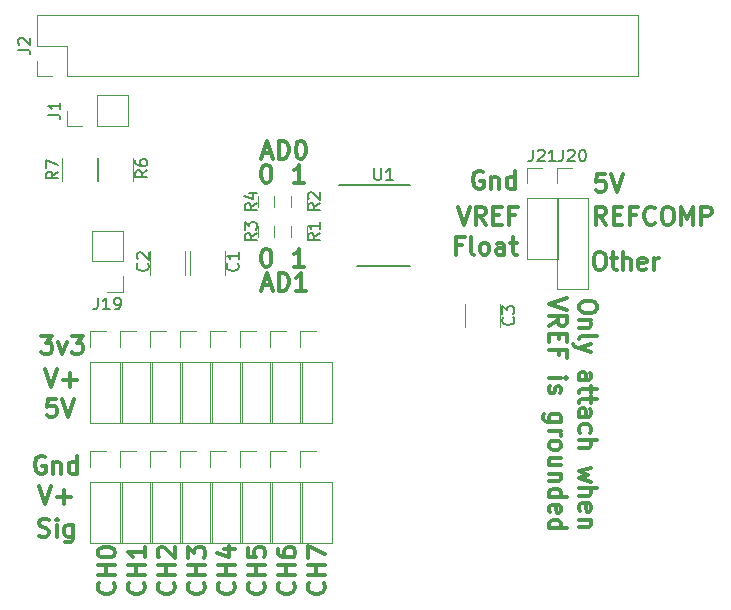
<source format=gbr>
G04 #@! TF.FileFunction,Legend,Top*
%FSLAX46Y46*%
G04 Gerber Fmt 4.6, Leading zero omitted, Abs format (unit mm)*
G04 Created by KiCad (PCBNEW 4.0.6) date 02/08/19 22:04:21*
%MOMM*%
%LPD*%
G01*
G04 APERTURE LIST*
%ADD10C,0.100000*%
%ADD11C,0.300000*%
%ADD12C,0.150000*%
%ADD13C,0.120000*%
G04 APERTURE END LIST*
D10*
D11*
X154496429Y-100478000D02*
X154496429Y-100763714D01*
X154425000Y-100906572D01*
X154282143Y-101049429D01*
X153996429Y-101120857D01*
X153496429Y-101120857D01*
X153210714Y-101049429D01*
X153067857Y-100906572D01*
X152996429Y-100763714D01*
X152996429Y-100478000D01*
X153067857Y-100335143D01*
X153210714Y-100192286D01*
X153496429Y-100120857D01*
X153996429Y-100120857D01*
X154282143Y-100192286D01*
X154425000Y-100335143D01*
X154496429Y-100478000D01*
X153996429Y-101763715D02*
X152996429Y-101763715D01*
X153853571Y-101763715D02*
X153925000Y-101835143D01*
X153996429Y-101978001D01*
X153996429Y-102192286D01*
X153925000Y-102335143D01*
X153782143Y-102406572D01*
X152996429Y-102406572D01*
X152996429Y-103335144D02*
X153067857Y-103192286D01*
X153210714Y-103120858D01*
X154496429Y-103120858D01*
X153996429Y-103763715D02*
X152996429Y-104120858D01*
X153996429Y-104478000D02*
X152996429Y-104120858D01*
X152639286Y-103978000D01*
X152567857Y-103906572D01*
X152496429Y-103763715D01*
X152996429Y-106835143D02*
X153782143Y-106835143D01*
X153925000Y-106763714D01*
X153996429Y-106620857D01*
X153996429Y-106335143D01*
X153925000Y-106192286D01*
X153067857Y-106835143D02*
X152996429Y-106692286D01*
X152996429Y-106335143D01*
X153067857Y-106192286D01*
X153210714Y-106120857D01*
X153353571Y-106120857D01*
X153496429Y-106192286D01*
X153567857Y-106335143D01*
X153567857Y-106692286D01*
X153639286Y-106835143D01*
X153996429Y-107335143D02*
X153996429Y-107906572D01*
X154496429Y-107549429D02*
X153210714Y-107549429D01*
X153067857Y-107620857D01*
X152996429Y-107763715D01*
X152996429Y-107906572D01*
X153996429Y-108192286D02*
X153996429Y-108763715D01*
X154496429Y-108406572D02*
X153210714Y-108406572D01*
X153067857Y-108478000D01*
X152996429Y-108620858D01*
X152996429Y-108763715D01*
X152996429Y-109906572D02*
X153782143Y-109906572D01*
X153925000Y-109835143D01*
X153996429Y-109692286D01*
X153996429Y-109406572D01*
X153925000Y-109263715D01*
X153067857Y-109906572D02*
X152996429Y-109763715D01*
X152996429Y-109406572D01*
X153067857Y-109263715D01*
X153210714Y-109192286D01*
X153353571Y-109192286D01*
X153496429Y-109263715D01*
X153567857Y-109406572D01*
X153567857Y-109763715D01*
X153639286Y-109906572D01*
X153067857Y-111263715D02*
X152996429Y-111120858D01*
X152996429Y-110835144D01*
X153067857Y-110692286D01*
X153139286Y-110620858D01*
X153282143Y-110549429D01*
X153710714Y-110549429D01*
X153853571Y-110620858D01*
X153925000Y-110692286D01*
X153996429Y-110835144D01*
X153996429Y-111120858D01*
X153925000Y-111263715D01*
X152996429Y-111906572D02*
X154496429Y-111906572D01*
X152996429Y-112549429D02*
X153782143Y-112549429D01*
X153925000Y-112478000D01*
X153996429Y-112335143D01*
X153996429Y-112120858D01*
X153925000Y-111978000D01*
X153853571Y-111906572D01*
X153996429Y-114263715D02*
X152996429Y-114549429D01*
X153710714Y-114835143D01*
X152996429Y-115120858D01*
X153996429Y-115406572D01*
X152996429Y-115978001D02*
X154496429Y-115978001D01*
X152996429Y-116620858D02*
X153782143Y-116620858D01*
X153925000Y-116549429D01*
X153996429Y-116406572D01*
X153996429Y-116192287D01*
X153925000Y-116049429D01*
X153853571Y-115978001D01*
X153067857Y-117906572D02*
X152996429Y-117763715D01*
X152996429Y-117478001D01*
X153067857Y-117335144D01*
X153210714Y-117263715D01*
X153782143Y-117263715D01*
X153925000Y-117335144D01*
X153996429Y-117478001D01*
X153996429Y-117763715D01*
X153925000Y-117906572D01*
X153782143Y-117978001D01*
X153639286Y-117978001D01*
X153496429Y-117263715D01*
X153996429Y-118620858D02*
X152996429Y-118620858D01*
X153853571Y-118620858D02*
X153925000Y-118692286D01*
X153996429Y-118835144D01*
X153996429Y-119049429D01*
X153925000Y-119192286D01*
X153782143Y-119263715D01*
X152996429Y-119263715D01*
X151946429Y-99870857D02*
X150446429Y-100370857D01*
X151946429Y-100870857D01*
X150446429Y-102228000D02*
X151160714Y-101728000D01*
X150446429Y-101370857D02*
X151946429Y-101370857D01*
X151946429Y-101942285D01*
X151875000Y-102085143D01*
X151803571Y-102156571D01*
X151660714Y-102228000D01*
X151446429Y-102228000D01*
X151303571Y-102156571D01*
X151232143Y-102085143D01*
X151160714Y-101942285D01*
X151160714Y-101370857D01*
X151232143Y-102870857D02*
X151232143Y-103370857D01*
X150446429Y-103585143D02*
X150446429Y-102870857D01*
X151946429Y-102870857D01*
X151946429Y-103585143D01*
X151232143Y-104728000D02*
X151232143Y-104228000D01*
X150446429Y-104228000D02*
X151946429Y-104228000D01*
X151946429Y-104942286D01*
X150446429Y-106656571D02*
X151446429Y-106656571D01*
X151946429Y-106656571D02*
X151875000Y-106585142D01*
X151803571Y-106656571D01*
X151875000Y-106727999D01*
X151946429Y-106656571D01*
X151803571Y-106656571D01*
X150517857Y-107299428D02*
X150446429Y-107442285D01*
X150446429Y-107728000D01*
X150517857Y-107870857D01*
X150660714Y-107942285D01*
X150732143Y-107942285D01*
X150875000Y-107870857D01*
X150946429Y-107728000D01*
X150946429Y-107513714D01*
X151017857Y-107370857D01*
X151160714Y-107299428D01*
X151232143Y-107299428D01*
X151375000Y-107370857D01*
X151446429Y-107513714D01*
X151446429Y-107728000D01*
X151375000Y-107870857D01*
X151446429Y-110370857D02*
X150232143Y-110370857D01*
X150089286Y-110299428D01*
X150017857Y-110228000D01*
X149946429Y-110085143D01*
X149946429Y-109870857D01*
X150017857Y-109728000D01*
X150517857Y-110370857D02*
X150446429Y-110228000D01*
X150446429Y-109942286D01*
X150517857Y-109799428D01*
X150589286Y-109728000D01*
X150732143Y-109656571D01*
X151160714Y-109656571D01*
X151303571Y-109728000D01*
X151375000Y-109799428D01*
X151446429Y-109942286D01*
X151446429Y-110228000D01*
X151375000Y-110370857D01*
X150446429Y-111085143D02*
X151446429Y-111085143D01*
X151160714Y-111085143D02*
X151303571Y-111156571D01*
X151375000Y-111228000D01*
X151446429Y-111370857D01*
X151446429Y-111513714D01*
X150446429Y-112228000D02*
X150517857Y-112085142D01*
X150589286Y-112013714D01*
X150732143Y-111942285D01*
X151160714Y-111942285D01*
X151303571Y-112013714D01*
X151375000Y-112085142D01*
X151446429Y-112228000D01*
X151446429Y-112442285D01*
X151375000Y-112585142D01*
X151303571Y-112656571D01*
X151160714Y-112728000D01*
X150732143Y-112728000D01*
X150589286Y-112656571D01*
X150517857Y-112585142D01*
X150446429Y-112442285D01*
X150446429Y-112228000D01*
X151446429Y-114013714D02*
X150446429Y-114013714D01*
X151446429Y-113370857D02*
X150660714Y-113370857D01*
X150517857Y-113442285D01*
X150446429Y-113585143D01*
X150446429Y-113799428D01*
X150517857Y-113942285D01*
X150589286Y-114013714D01*
X151446429Y-114728000D02*
X150446429Y-114728000D01*
X151303571Y-114728000D02*
X151375000Y-114799428D01*
X151446429Y-114942286D01*
X151446429Y-115156571D01*
X151375000Y-115299428D01*
X151232143Y-115370857D01*
X150446429Y-115370857D01*
X150446429Y-116728000D02*
X151946429Y-116728000D01*
X150517857Y-116728000D02*
X150446429Y-116585143D01*
X150446429Y-116299429D01*
X150517857Y-116156571D01*
X150589286Y-116085143D01*
X150732143Y-116013714D01*
X151160714Y-116013714D01*
X151303571Y-116085143D01*
X151375000Y-116156571D01*
X151446429Y-116299429D01*
X151446429Y-116585143D01*
X151375000Y-116728000D01*
X150517857Y-118013714D02*
X150446429Y-117870857D01*
X150446429Y-117585143D01*
X150517857Y-117442286D01*
X150660714Y-117370857D01*
X151232143Y-117370857D01*
X151375000Y-117442286D01*
X151446429Y-117585143D01*
X151446429Y-117870857D01*
X151375000Y-118013714D01*
X151232143Y-118085143D01*
X151089286Y-118085143D01*
X150946429Y-117370857D01*
X150446429Y-119370857D02*
X151946429Y-119370857D01*
X150517857Y-119370857D02*
X150446429Y-119228000D01*
X150446429Y-118942286D01*
X150517857Y-118799428D01*
X150589286Y-118728000D01*
X150732143Y-118656571D01*
X151160714Y-118656571D01*
X151303571Y-118728000D01*
X151375000Y-118799428D01*
X151446429Y-118942286D01*
X151446429Y-119228000D01*
X151375000Y-119370857D01*
X154566857Y-95952571D02*
X154852571Y-95952571D01*
X154995429Y-96024000D01*
X155138286Y-96166857D01*
X155209714Y-96452571D01*
X155209714Y-96952571D01*
X155138286Y-97238286D01*
X154995429Y-97381143D01*
X154852571Y-97452571D01*
X154566857Y-97452571D01*
X154424000Y-97381143D01*
X154281143Y-97238286D01*
X154209714Y-96952571D01*
X154209714Y-96452571D01*
X154281143Y-96166857D01*
X154424000Y-96024000D01*
X154566857Y-95952571D01*
X155638286Y-96452571D02*
X156209715Y-96452571D01*
X155852572Y-95952571D02*
X155852572Y-97238286D01*
X155924000Y-97381143D01*
X156066858Y-97452571D01*
X156209715Y-97452571D01*
X156709715Y-97452571D02*
X156709715Y-95952571D01*
X157352572Y-97452571D02*
X157352572Y-96666857D01*
X157281143Y-96524000D01*
X157138286Y-96452571D01*
X156924001Y-96452571D01*
X156781143Y-96524000D01*
X156709715Y-96595429D01*
X158638286Y-97381143D02*
X158495429Y-97452571D01*
X158209715Y-97452571D01*
X158066858Y-97381143D01*
X157995429Y-97238286D01*
X157995429Y-96666857D01*
X158066858Y-96524000D01*
X158209715Y-96452571D01*
X158495429Y-96452571D01*
X158638286Y-96524000D01*
X158709715Y-96666857D01*
X158709715Y-96809714D01*
X157995429Y-96952571D01*
X159352572Y-97452571D02*
X159352572Y-96452571D01*
X159352572Y-96738286D02*
X159424000Y-96595429D01*
X159495429Y-96524000D01*
X159638286Y-96452571D01*
X159781143Y-96452571D01*
X155162287Y-89348571D02*
X154448001Y-89348571D01*
X154376572Y-90062857D01*
X154448001Y-89991429D01*
X154590858Y-89920000D01*
X154948001Y-89920000D01*
X155090858Y-89991429D01*
X155162287Y-90062857D01*
X155233715Y-90205714D01*
X155233715Y-90562857D01*
X155162287Y-90705714D01*
X155090858Y-90777143D01*
X154948001Y-90848571D01*
X154590858Y-90848571D01*
X154448001Y-90777143D01*
X154376572Y-90705714D01*
X155662286Y-89348571D02*
X156162286Y-90848571D01*
X156662286Y-89348571D01*
X155258000Y-93642571D02*
X154758000Y-92928286D01*
X154400857Y-93642571D02*
X154400857Y-92142571D01*
X154972285Y-92142571D01*
X155115143Y-92214000D01*
X155186571Y-92285429D01*
X155258000Y-92428286D01*
X155258000Y-92642571D01*
X155186571Y-92785429D01*
X155115143Y-92856857D01*
X154972285Y-92928286D01*
X154400857Y-92928286D01*
X155900857Y-92856857D02*
X156400857Y-92856857D01*
X156615143Y-93642571D02*
X155900857Y-93642571D01*
X155900857Y-92142571D01*
X156615143Y-92142571D01*
X157758000Y-92856857D02*
X157258000Y-92856857D01*
X157258000Y-93642571D02*
X157258000Y-92142571D01*
X157972286Y-92142571D01*
X159400857Y-93499714D02*
X159329428Y-93571143D01*
X159115142Y-93642571D01*
X158972285Y-93642571D01*
X158758000Y-93571143D01*
X158615142Y-93428286D01*
X158543714Y-93285429D01*
X158472285Y-92999714D01*
X158472285Y-92785429D01*
X158543714Y-92499714D01*
X158615142Y-92356857D01*
X158758000Y-92214000D01*
X158972285Y-92142571D01*
X159115142Y-92142571D01*
X159329428Y-92214000D01*
X159400857Y-92285429D01*
X160329428Y-92142571D02*
X160615142Y-92142571D01*
X160758000Y-92214000D01*
X160900857Y-92356857D01*
X160972285Y-92642571D01*
X160972285Y-93142571D01*
X160900857Y-93428286D01*
X160758000Y-93571143D01*
X160615142Y-93642571D01*
X160329428Y-93642571D01*
X160186571Y-93571143D01*
X160043714Y-93428286D01*
X159972285Y-93142571D01*
X159972285Y-92642571D01*
X160043714Y-92356857D01*
X160186571Y-92214000D01*
X160329428Y-92142571D01*
X161615143Y-93642571D02*
X161615143Y-92142571D01*
X162115143Y-93214000D01*
X162615143Y-92142571D01*
X162615143Y-93642571D01*
X163329429Y-93642571D02*
X163329429Y-92142571D01*
X163900857Y-92142571D01*
X164043715Y-92214000D01*
X164115143Y-92285429D01*
X164186572Y-92428286D01*
X164186572Y-92642571D01*
X164115143Y-92785429D01*
X164043715Y-92856857D01*
X163900857Y-92928286D01*
X163329429Y-92928286D01*
X144831714Y-89166000D02*
X144688857Y-89094571D01*
X144474571Y-89094571D01*
X144260286Y-89166000D01*
X144117428Y-89308857D01*
X144046000Y-89451714D01*
X143974571Y-89737429D01*
X143974571Y-89951714D01*
X144046000Y-90237429D01*
X144117428Y-90380286D01*
X144260286Y-90523143D01*
X144474571Y-90594571D01*
X144617428Y-90594571D01*
X144831714Y-90523143D01*
X144903143Y-90451714D01*
X144903143Y-89951714D01*
X144617428Y-89951714D01*
X145546000Y-89594571D02*
X145546000Y-90594571D01*
X145546000Y-89737429D02*
X145617428Y-89666000D01*
X145760286Y-89594571D01*
X145974571Y-89594571D01*
X146117428Y-89666000D01*
X146188857Y-89808857D01*
X146188857Y-90594571D01*
X147546000Y-90594571D02*
X147546000Y-89094571D01*
X147546000Y-90523143D02*
X147403143Y-90594571D01*
X147117429Y-90594571D01*
X146974571Y-90523143D01*
X146903143Y-90451714D01*
X146831714Y-90308857D01*
X146831714Y-89880286D01*
X146903143Y-89737429D01*
X146974571Y-89666000D01*
X147117429Y-89594571D01*
X147403143Y-89594571D01*
X147546000Y-89666000D01*
X143069715Y-95396857D02*
X142569715Y-95396857D01*
X142569715Y-96182571D02*
X142569715Y-94682571D01*
X143284001Y-94682571D01*
X144069715Y-96182571D02*
X143926857Y-96111143D01*
X143855429Y-95968286D01*
X143855429Y-94682571D01*
X144855429Y-96182571D02*
X144712571Y-96111143D01*
X144641143Y-96039714D01*
X144569714Y-95896857D01*
X144569714Y-95468286D01*
X144641143Y-95325429D01*
X144712571Y-95254000D01*
X144855429Y-95182571D01*
X145069714Y-95182571D01*
X145212571Y-95254000D01*
X145284000Y-95325429D01*
X145355429Y-95468286D01*
X145355429Y-95896857D01*
X145284000Y-96039714D01*
X145212571Y-96111143D01*
X145069714Y-96182571D01*
X144855429Y-96182571D01*
X146641143Y-96182571D02*
X146641143Y-95396857D01*
X146569714Y-95254000D01*
X146426857Y-95182571D01*
X146141143Y-95182571D01*
X145998286Y-95254000D01*
X146641143Y-96111143D02*
X146498286Y-96182571D01*
X146141143Y-96182571D01*
X145998286Y-96111143D01*
X145926857Y-95968286D01*
X145926857Y-95825429D01*
X145998286Y-95682571D01*
X146141143Y-95611143D01*
X146498286Y-95611143D01*
X146641143Y-95539714D01*
X147141143Y-95182571D02*
X147712572Y-95182571D01*
X147355429Y-94682571D02*
X147355429Y-95968286D01*
X147426857Y-96111143D01*
X147569715Y-96182571D01*
X147712572Y-96182571D01*
X142716572Y-92142571D02*
X143216572Y-93642571D01*
X143716572Y-92142571D01*
X145073715Y-93642571D02*
X144573715Y-92928286D01*
X144216572Y-93642571D02*
X144216572Y-92142571D01*
X144788000Y-92142571D01*
X144930858Y-92214000D01*
X145002286Y-92285429D01*
X145073715Y-92428286D01*
X145073715Y-92642571D01*
X145002286Y-92785429D01*
X144930858Y-92856857D01*
X144788000Y-92928286D01*
X144216572Y-92928286D01*
X145716572Y-92856857D02*
X146216572Y-92856857D01*
X146430858Y-93642571D02*
X145716572Y-93642571D01*
X145716572Y-92142571D01*
X146430858Y-92142571D01*
X147573715Y-92856857D02*
X147073715Y-92856857D01*
X147073715Y-93642571D02*
X147073715Y-92142571D01*
X147788001Y-92142571D01*
X108680287Y-108398571D02*
X107966001Y-108398571D01*
X107894572Y-109112857D01*
X107966001Y-109041429D01*
X108108858Y-108970000D01*
X108466001Y-108970000D01*
X108608858Y-109041429D01*
X108680287Y-109112857D01*
X108751715Y-109255714D01*
X108751715Y-109612857D01*
X108680287Y-109755714D01*
X108608858Y-109827143D01*
X108466001Y-109898571D01*
X108108858Y-109898571D01*
X107966001Y-109827143D01*
X107894572Y-109755714D01*
X109180286Y-108398571D02*
X109680286Y-109898571D01*
X110180286Y-108398571D01*
X107434287Y-103064571D02*
X108362858Y-103064571D01*
X107862858Y-103636000D01*
X108077144Y-103636000D01*
X108220001Y-103707429D01*
X108291430Y-103778857D01*
X108362858Y-103921714D01*
X108362858Y-104278857D01*
X108291430Y-104421714D01*
X108220001Y-104493143D01*
X108077144Y-104564571D01*
X107648572Y-104564571D01*
X107505715Y-104493143D01*
X107434287Y-104421714D01*
X108862858Y-103564571D02*
X109220001Y-104564571D01*
X109577143Y-103564571D01*
X110005715Y-103064571D02*
X110934286Y-103064571D01*
X110434286Y-103636000D01*
X110648572Y-103636000D01*
X110791429Y-103707429D01*
X110862858Y-103778857D01*
X110934286Y-103921714D01*
X110934286Y-104278857D01*
X110862858Y-104421714D01*
X110791429Y-104493143D01*
X110648572Y-104564571D01*
X110220000Y-104564571D01*
X110077143Y-104493143D01*
X110005715Y-104421714D01*
X107791429Y-105858571D02*
X108291429Y-107358571D01*
X108791429Y-105858571D01*
X109291429Y-106787143D02*
X110434286Y-106787143D01*
X109862857Y-107358571D02*
X109862857Y-106215714D01*
X107247714Y-119987143D02*
X107462000Y-120058571D01*
X107819143Y-120058571D01*
X107962000Y-119987143D01*
X108033429Y-119915714D01*
X108104857Y-119772857D01*
X108104857Y-119630000D01*
X108033429Y-119487143D01*
X107962000Y-119415714D01*
X107819143Y-119344286D01*
X107533429Y-119272857D01*
X107390571Y-119201429D01*
X107319143Y-119130000D01*
X107247714Y-118987143D01*
X107247714Y-118844286D01*
X107319143Y-118701429D01*
X107390571Y-118630000D01*
X107533429Y-118558571D01*
X107890571Y-118558571D01*
X108104857Y-118630000D01*
X108747714Y-120058571D02*
X108747714Y-119058571D01*
X108747714Y-118558571D02*
X108676285Y-118630000D01*
X108747714Y-118701429D01*
X108819142Y-118630000D01*
X108747714Y-118558571D01*
X108747714Y-118701429D01*
X110104857Y-119058571D02*
X110104857Y-120272857D01*
X110033428Y-120415714D01*
X109962000Y-120487143D01*
X109819143Y-120558571D01*
X109604857Y-120558571D01*
X109462000Y-120487143D01*
X110104857Y-119987143D02*
X109962000Y-120058571D01*
X109676286Y-120058571D01*
X109533428Y-119987143D01*
X109462000Y-119915714D01*
X109390571Y-119772857D01*
X109390571Y-119344286D01*
X109462000Y-119201429D01*
X109533428Y-119130000D01*
X109676286Y-119058571D01*
X109962000Y-119058571D01*
X110104857Y-119130000D01*
X107283429Y-115764571D02*
X107783429Y-117264571D01*
X108283429Y-115764571D01*
X108783429Y-116693143D02*
X109926286Y-116693143D01*
X109354857Y-117264571D02*
X109354857Y-116121714D01*
X107747714Y-113296000D02*
X107604857Y-113224571D01*
X107390571Y-113224571D01*
X107176286Y-113296000D01*
X107033428Y-113438857D01*
X106962000Y-113581714D01*
X106890571Y-113867429D01*
X106890571Y-114081714D01*
X106962000Y-114367429D01*
X107033428Y-114510286D01*
X107176286Y-114653143D01*
X107390571Y-114724571D01*
X107533428Y-114724571D01*
X107747714Y-114653143D01*
X107819143Y-114581714D01*
X107819143Y-114081714D01*
X107533428Y-114081714D01*
X108462000Y-113724571D02*
X108462000Y-114724571D01*
X108462000Y-113867429D02*
X108533428Y-113796000D01*
X108676286Y-113724571D01*
X108890571Y-113724571D01*
X109033428Y-113796000D01*
X109104857Y-113938857D01*
X109104857Y-114724571D01*
X110462000Y-114724571D02*
X110462000Y-113224571D01*
X110462000Y-114653143D02*
X110319143Y-114724571D01*
X110033429Y-114724571D01*
X109890571Y-114653143D01*
X109819143Y-114581714D01*
X109747714Y-114438857D01*
X109747714Y-114010286D01*
X109819143Y-113867429D01*
X109890571Y-113796000D01*
X110033429Y-113724571D01*
X110319143Y-113724571D01*
X110462000Y-113796000D01*
X131345714Y-123971714D02*
X131417143Y-124043143D01*
X131488571Y-124257429D01*
X131488571Y-124400286D01*
X131417143Y-124614571D01*
X131274286Y-124757429D01*
X131131429Y-124828857D01*
X130845714Y-124900286D01*
X130631429Y-124900286D01*
X130345714Y-124828857D01*
X130202857Y-124757429D01*
X130060000Y-124614571D01*
X129988571Y-124400286D01*
X129988571Y-124257429D01*
X130060000Y-124043143D01*
X130131429Y-123971714D01*
X131488571Y-123328857D02*
X129988571Y-123328857D01*
X130702857Y-123328857D02*
X130702857Y-122471714D01*
X131488571Y-122471714D02*
X129988571Y-122471714D01*
X129988571Y-121900285D02*
X129988571Y-120900285D01*
X131488571Y-121543142D01*
X128805714Y-123971714D02*
X128877143Y-124043143D01*
X128948571Y-124257429D01*
X128948571Y-124400286D01*
X128877143Y-124614571D01*
X128734286Y-124757429D01*
X128591429Y-124828857D01*
X128305714Y-124900286D01*
X128091429Y-124900286D01*
X127805714Y-124828857D01*
X127662857Y-124757429D01*
X127520000Y-124614571D01*
X127448571Y-124400286D01*
X127448571Y-124257429D01*
X127520000Y-124043143D01*
X127591429Y-123971714D01*
X128948571Y-123328857D02*
X127448571Y-123328857D01*
X128162857Y-123328857D02*
X128162857Y-122471714D01*
X128948571Y-122471714D02*
X127448571Y-122471714D01*
X127448571Y-121114571D02*
X127448571Y-121400285D01*
X127520000Y-121543142D01*
X127591429Y-121614571D01*
X127805714Y-121757428D01*
X128091429Y-121828857D01*
X128662857Y-121828857D01*
X128805714Y-121757428D01*
X128877143Y-121686000D01*
X128948571Y-121543142D01*
X128948571Y-121257428D01*
X128877143Y-121114571D01*
X128805714Y-121043142D01*
X128662857Y-120971714D01*
X128305714Y-120971714D01*
X128162857Y-121043142D01*
X128091429Y-121114571D01*
X128020000Y-121257428D01*
X128020000Y-121543142D01*
X128091429Y-121686000D01*
X128162857Y-121757428D01*
X128305714Y-121828857D01*
X126265714Y-123971714D02*
X126337143Y-124043143D01*
X126408571Y-124257429D01*
X126408571Y-124400286D01*
X126337143Y-124614571D01*
X126194286Y-124757429D01*
X126051429Y-124828857D01*
X125765714Y-124900286D01*
X125551429Y-124900286D01*
X125265714Y-124828857D01*
X125122857Y-124757429D01*
X124980000Y-124614571D01*
X124908571Y-124400286D01*
X124908571Y-124257429D01*
X124980000Y-124043143D01*
X125051429Y-123971714D01*
X126408571Y-123328857D02*
X124908571Y-123328857D01*
X125622857Y-123328857D02*
X125622857Y-122471714D01*
X126408571Y-122471714D02*
X124908571Y-122471714D01*
X124908571Y-121043142D02*
X124908571Y-121757428D01*
X125622857Y-121828857D01*
X125551429Y-121757428D01*
X125480000Y-121614571D01*
X125480000Y-121257428D01*
X125551429Y-121114571D01*
X125622857Y-121043142D01*
X125765714Y-120971714D01*
X126122857Y-120971714D01*
X126265714Y-121043142D01*
X126337143Y-121114571D01*
X126408571Y-121257428D01*
X126408571Y-121614571D01*
X126337143Y-121757428D01*
X126265714Y-121828857D01*
X123725714Y-123971714D02*
X123797143Y-124043143D01*
X123868571Y-124257429D01*
X123868571Y-124400286D01*
X123797143Y-124614571D01*
X123654286Y-124757429D01*
X123511429Y-124828857D01*
X123225714Y-124900286D01*
X123011429Y-124900286D01*
X122725714Y-124828857D01*
X122582857Y-124757429D01*
X122440000Y-124614571D01*
X122368571Y-124400286D01*
X122368571Y-124257429D01*
X122440000Y-124043143D01*
X122511429Y-123971714D01*
X123868571Y-123328857D02*
X122368571Y-123328857D01*
X123082857Y-123328857D02*
X123082857Y-122471714D01*
X123868571Y-122471714D02*
X122368571Y-122471714D01*
X122868571Y-121114571D02*
X123868571Y-121114571D01*
X122297143Y-121471714D02*
X123368571Y-121828857D01*
X123368571Y-120900285D01*
X121185714Y-123971714D02*
X121257143Y-124043143D01*
X121328571Y-124257429D01*
X121328571Y-124400286D01*
X121257143Y-124614571D01*
X121114286Y-124757429D01*
X120971429Y-124828857D01*
X120685714Y-124900286D01*
X120471429Y-124900286D01*
X120185714Y-124828857D01*
X120042857Y-124757429D01*
X119900000Y-124614571D01*
X119828571Y-124400286D01*
X119828571Y-124257429D01*
X119900000Y-124043143D01*
X119971429Y-123971714D01*
X121328571Y-123328857D02*
X119828571Y-123328857D01*
X120542857Y-123328857D02*
X120542857Y-122471714D01*
X121328571Y-122471714D02*
X119828571Y-122471714D01*
X119828571Y-121900285D02*
X119828571Y-120971714D01*
X120400000Y-121471714D01*
X120400000Y-121257428D01*
X120471429Y-121114571D01*
X120542857Y-121043142D01*
X120685714Y-120971714D01*
X121042857Y-120971714D01*
X121185714Y-121043142D01*
X121257143Y-121114571D01*
X121328571Y-121257428D01*
X121328571Y-121686000D01*
X121257143Y-121828857D01*
X121185714Y-121900285D01*
X118645714Y-123971714D02*
X118717143Y-124043143D01*
X118788571Y-124257429D01*
X118788571Y-124400286D01*
X118717143Y-124614571D01*
X118574286Y-124757429D01*
X118431429Y-124828857D01*
X118145714Y-124900286D01*
X117931429Y-124900286D01*
X117645714Y-124828857D01*
X117502857Y-124757429D01*
X117360000Y-124614571D01*
X117288571Y-124400286D01*
X117288571Y-124257429D01*
X117360000Y-124043143D01*
X117431429Y-123971714D01*
X118788571Y-123328857D02*
X117288571Y-123328857D01*
X118002857Y-123328857D02*
X118002857Y-122471714D01*
X118788571Y-122471714D02*
X117288571Y-122471714D01*
X117431429Y-121828857D02*
X117360000Y-121757428D01*
X117288571Y-121614571D01*
X117288571Y-121257428D01*
X117360000Y-121114571D01*
X117431429Y-121043142D01*
X117574286Y-120971714D01*
X117717143Y-120971714D01*
X117931429Y-121043142D01*
X118788571Y-121900285D01*
X118788571Y-120971714D01*
X116105714Y-123971714D02*
X116177143Y-124043143D01*
X116248571Y-124257429D01*
X116248571Y-124400286D01*
X116177143Y-124614571D01*
X116034286Y-124757429D01*
X115891429Y-124828857D01*
X115605714Y-124900286D01*
X115391429Y-124900286D01*
X115105714Y-124828857D01*
X114962857Y-124757429D01*
X114820000Y-124614571D01*
X114748571Y-124400286D01*
X114748571Y-124257429D01*
X114820000Y-124043143D01*
X114891429Y-123971714D01*
X116248571Y-123328857D02*
X114748571Y-123328857D01*
X115462857Y-123328857D02*
X115462857Y-122471714D01*
X116248571Y-122471714D02*
X114748571Y-122471714D01*
X116248571Y-120971714D02*
X116248571Y-121828857D01*
X116248571Y-121400285D02*
X114748571Y-121400285D01*
X114962857Y-121543142D01*
X115105714Y-121686000D01*
X115177143Y-121828857D01*
X113565714Y-123971714D02*
X113637143Y-124043143D01*
X113708571Y-124257429D01*
X113708571Y-124400286D01*
X113637143Y-124614571D01*
X113494286Y-124757429D01*
X113351429Y-124828857D01*
X113065714Y-124900286D01*
X112851429Y-124900286D01*
X112565714Y-124828857D01*
X112422857Y-124757429D01*
X112280000Y-124614571D01*
X112208571Y-124400286D01*
X112208571Y-124257429D01*
X112280000Y-124043143D01*
X112351429Y-123971714D01*
X113708571Y-123328857D02*
X112208571Y-123328857D01*
X112922857Y-123328857D02*
X112922857Y-122471714D01*
X113708571Y-122471714D02*
X112208571Y-122471714D01*
X112208571Y-121471714D02*
X112208571Y-121328857D01*
X112280000Y-121186000D01*
X112351429Y-121114571D01*
X112494286Y-121043142D01*
X112780000Y-120971714D01*
X113137143Y-120971714D01*
X113422857Y-121043142D01*
X113565714Y-121114571D01*
X113637143Y-121186000D01*
X113708571Y-121328857D01*
X113708571Y-121471714D01*
X113637143Y-121614571D01*
X113565714Y-121686000D01*
X113422857Y-121757428D01*
X113137143Y-121828857D01*
X112780000Y-121828857D01*
X112494286Y-121757428D01*
X112351429Y-121686000D01*
X112280000Y-121614571D01*
X112208571Y-121471714D01*
X129714572Y-90086571D02*
X128857429Y-90086571D01*
X129286001Y-90086571D02*
X129286001Y-88586571D01*
X129143144Y-88800857D01*
X129000286Y-88943714D01*
X128857429Y-89015143D01*
X126420572Y-88586571D02*
X126563429Y-88586571D01*
X126706286Y-88658000D01*
X126777715Y-88729429D01*
X126849144Y-88872286D01*
X126920572Y-89158000D01*
X126920572Y-89515143D01*
X126849144Y-89800857D01*
X126777715Y-89943714D01*
X126706286Y-90015143D01*
X126563429Y-90086571D01*
X126420572Y-90086571D01*
X126277715Y-90015143D01*
X126206286Y-89943714D01*
X126134858Y-89800857D01*
X126063429Y-89515143D01*
X126063429Y-89158000D01*
X126134858Y-88872286D01*
X126206286Y-88729429D01*
X126277715Y-88658000D01*
X126420572Y-88586571D01*
X129714572Y-97198571D02*
X128857429Y-97198571D01*
X129286001Y-97198571D02*
X129286001Y-95698571D01*
X129143144Y-95912857D01*
X129000286Y-96055714D01*
X128857429Y-96127143D01*
X126420572Y-95698571D02*
X126563429Y-95698571D01*
X126706286Y-95770000D01*
X126777715Y-95841429D01*
X126849144Y-95984286D01*
X126920572Y-96270000D01*
X126920572Y-96627143D01*
X126849144Y-96912857D01*
X126777715Y-97055714D01*
X126706286Y-97127143D01*
X126563429Y-97198571D01*
X126420572Y-97198571D01*
X126277715Y-97127143D01*
X126206286Y-97055714D01*
X126134858Y-96912857D01*
X126063429Y-96627143D01*
X126063429Y-96270000D01*
X126134858Y-95984286D01*
X126206286Y-95841429D01*
X126277715Y-95770000D01*
X126420572Y-95698571D01*
X126194572Y-98802000D02*
X126908858Y-98802000D01*
X126051715Y-99230571D02*
X126551715Y-97730571D01*
X127051715Y-99230571D01*
X127551715Y-99230571D02*
X127551715Y-97730571D01*
X127908858Y-97730571D01*
X128123143Y-97802000D01*
X128266001Y-97944857D01*
X128337429Y-98087714D01*
X128408858Y-98373429D01*
X128408858Y-98587714D01*
X128337429Y-98873429D01*
X128266001Y-99016286D01*
X128123143Y-99159143D01*
X127908858Y-99230571D01*
X127551715Y-99230571D01*
X129837429Y-99230571D02*
X128980286Y-99230571D01*
X129408858Y-99230571D02*
X129408858Y-97730571D01*
X129266001Y-97944857D01*
X129123143Y-98087714D01*
X128980286Y-98159143D01*
X126194572Y-87626000D02*
X126908858Y-87626000D01*
X126051715Y-88054571D02*
X126551715Y-86554571D01*
X127051715Y-88054571D01*
X127551715Y-88054571D02*
X127551715Y-86554571D01*
X127908858Y-86554571D01*
X128123143Y-86626000D01*
X128266001Y-86768857D01*
X128337429Y-86911714D01*
X128408858Y-87197429D01*
X128408858Y-87411714D01*
X128337429Y-87697429D01*
X128266001Y-87840286D01*
X128123143Y-87983143D01*
X127908858Y-88054571D01*
X127551715Y-88054571D01*
X129337429Y-86554571D02*
X129480286Y-86554571D01*
X129623143Y-86626000D01*
X129694572Y-86697429D01*
X129766001Y-86840286D01*
X129837429Y-87126000D01*
X129837429Y-87483143D01*
X129766001Y-87768857D01*
X129694572Y-87911714D01*
X129623143Y-87983143D01*
X129480286Y-88054571D01*
X129337429Y-88054571D01*
X129194572Y-87983143D01*
X129123143Y-87911714D01*
X129051715Y-87768857D01*
X128980286Y-87483143D01*
X128980286Y-87126000D01*
X129051715Y-86840286D01*
X129123143Y-86697429D01*
X129194572Y-86626000D01*
X129337429Y-86554571D01*
D12*
X134173000Y-97176000D02*
X138623000Y-97176000D01*
X132648000Y-90276000D02*
X138623000Y-90276000D01*
D13*
X114780000Y-85330000D02*
X114780000Y-82670000D01*
X112180000Y-85330000D02*
X114780000Y-85330000D01*
X112180000Y-82670000D02*
X114780000Y-82670000D01*
X112180000Y-85330000D02*
X112180000Y-82670000D01*
X110910000Y-85330000D02*
X109580000Y-85330000D01*
X109580000Y-85330000D02*
X109580000Y-84000000D01*
X157960000Y-81100000D02*
X157960000Y-75900000D01*
X109640000Y-81100000D02*
X157960000Y-81100000D01*
X107040000Y-75900000D02*
X157960000Y-75900000D01*
X109640000Y-81100000D02*
X109640000Y-78500000D01*
X109640000Y-78500000D02*
X107040000Y-78500000D01*
X107040000Y-78500000D02*
X107040000Y-75900000D01*
X108370000Y-81100000D02*
X107040000Y-81100000D01*
X107040000Y-81100000D02*
X107040000Y-79770000D01*
X123019000Y-97901000D02*
X123019000Y-95901000D01*
X120059000Y-95901000D02*
X120059000Y-97901000D01*
X119590000Y-97901000D02*
X119590000Y-95901000D01*
X116630000Y-95901000D02*
X116630000Y-97901000D01*
X111573000Y-110423000D02*
X114233000Y-110423000D01*
X111573000Y-105283000D02*
X111573000Y-110423000D01*
X114233000Y-105283000D02*
X114233000Y-110423000D01*
X111573000Y-105283000D02*
X114233000Y-105283000D01*
X111573000Y-104013000D02*
X111573000Y-102683000D01*
X111573000Y-102683000D02*
X112903000Y-102683000D01*
X114113000Y-110423000D02*
X116773000Y-110423000D01*
X114113000Y-105283000D02*
X114113000Y-110423000D01*
X116773000Y-105283000D02*
X116773000Y-110423000D01*
X114113000Y-105283000D02*
X116773000Y-105283000D01*
X114113000Y-104013000D02*
X114113000Y-102683000D01*
X114113000Y-102683000D02*
X115443000Y-102683000D01*
X116653000Y-110423000D02*
X119313000Y-110423000D01*
X116653000Y-105283000D02*
X116653000Y-110423000D01*
X119313000Y-105283000D02*
X119313000Y-110423000D01*
X116653000Y-105283000D02*
X119313000Y-105283000D01*
X116653000Y-104013000D02*
X116653000Y-102683000D01*
X116653000Y-102683000D02*
X117983000Y-102683000D01*
X119193000Y-110423000D02*
X121853000Y-110423000D01*
X119193000Y-105283000D02*
X119193000Y-110423000D01*
X121853000Y-105283000D02*
X121853000Y-110423000D01*
X119193000Y-105283000D02*
X121853000Y-105283000D01*
X119193000Y-104013000D02*
X119193000Y-102683000D01*
X119193000Y-102683000D02*
X120523000Y-102683000D01*
X121733000Y-110423000D02*
X124393000Y-110423000D01*
X121733000Y-105283000D02*
X121733000Y-110423000D01*
X124393000Y-105283000D02*
X124393000Y-110423000D01*
X121733000Y-105283000D02*
X124393000Y-105283000D01*
X121733000Y-104013000D02*
X121733000Y-102683000D01*
X121733000Y-102683000D02*
X123063000Y-102683000D01*
X124273000Y-110423000D02*
X126933000Y-110423000D01*
X124273000Y-105283000D02*
X124273000Y-110423000D01*
X126933000Y-105283000D02*
X126933000Y-110423000D01*
X124273000Y-105283000D02*
X126933000Y-105283000D01*
X124273000Y-104013000D02*
X124273000Y-102683000D01*
X124273000Y-102683000D02*
X125603000Y-102683000D01*
X126813000Y-110423000D02*
X129473000Y-110423000D01*
X126813000Y-105283000D02*
X126813000Y-110423000D01*
X129473000Y-105283000D02*
X129473000Y-110423000D01*
X126813000Y-105283000D02*
X129473000Y-105283000D01*
X126813000Y-104013000D02*
X126813000Y-102683000D01*
X126813000Y-102683000D02*
X128143000Y-102683000D01*
X129353000Y-110423000D02*
X132013000Y-110423000D01*
X129353000Y-105283000D02*
X129353000Y-110423000D01*
X132013000Y-105283000D02*
X132013000Y-110423000D01*
X129353000Y-105283000D02*
X132013000Y-105283000D01*
X129353000Y-104013000D02*
X129353000Y-102683000D01*
X129353000Y-102683000D02*
X130683000Y-102683000D01*
X111573000Y-120583000D02*
X114233000Y-120583000D01*
X111573000Y-115443000D02*
X111573000Y-120583000D01*
X114233000Y-115443000D02*
X114233000Y-120583000D01*
X111573000Y-115443000D02*
X114233000Y-115443000D01*
X111573000Y-114173000D02*
X111573000Y-112843000D01*
X111573000Y-112843000D02*
X112903000Y-112843000D01*
X114113000Y-120583000D02*
X116773000Y-120583000D01*
X114113000Y-115443000D02*
X114113000Y-120583000D01*
X116773000Y-115443000D02*
X116773000Y-120583000D01*
X114113000Y-115443000D02*
X116773000Y-115443000D01*
X114113000Y-114173000D02*
X114113000Y-112843000D01*
X114113000Y-112843000D02*
X115443000Y-112843000D01*
X116653000Y-120583000D02*
X119313000Y-120583000D01*
X116653000Y-115443000D02*
X116653000Y-120583000D01*
X119313000Y-115443000D02*
X119313000Y-120583000D01*
X116653000Y-115443000D02*
X119313000Y-115443000D01*
X116653000Y-114173000D02*
X116653000Y-112843000D01*
X116653000Y-112843000D02*
X117983000Y-112843000D01*
X119193000Y-120583000D02*
X121853000Y-120583000D01*
X119193000Y-115443000D02*
X119193000Y-120583000D01*
X121853000Y-115443000D02*
X121853000Y-120583000D01*
X119193000Y-115443000D02*
X121853000Y-115443000D01*
X119193000Y-114173000D02*
X119193000Y-112843000D01*
X119193000Y-112843000D02*
X120523000Y-112843000D01*
X121733000Y-120583000D02*
X124393000Y-120583000D01*
X121733000Y-115443000D02*
X121733000Y-120583000D01*
X124393000Y-115443000D02*
X124393000Y-120583000D01*
X121733000Y-115443000D02*
X124393000Y-115443000D01*
X121733000Y-114173000D02*
X121733000Y-112843000D01*
X121733000Y-112843000D02*
X123063000Y-112843000D01*
X124273000Y-120583000D02*
X126933000Y-120583000D01*
X124273000Y-115443000D02*
X124273000Y-120583000D01*
X126933000Y-115443000D02*
X126933000Y-120583000D01*
X124273000Y-115443000D02*
X126933000Y-115443000D01*
X124273000Y-114173000D02*
X124273000Y-112843000D01*
X124273000Y-112843000D02*
X125603000Y-112843000D01*
X126813000Y-120583000D02*
X129473000Y-120583000D01*
X126813000Y-115443000D02*
X126813000Y-120583000D01*
X129473000Y-115443000D02*
X129473000Y-120583000D01*
X126813000Y-115443000D02*
X129473000Y-115443000D01*
X126813000Y-114173000D02*
X126813000Y-112843000D01*
X126813000Y-112843000D02*
X128143000Y-112843000D01*
X129353000Y-120583000D02*
X132013000Y-120583000D01*
X129353000Y-115443000D02*
X129353000Y-120583000D01*
X132013000Y-115443000D02*
X132013000Y-120583000D01*
X129353000Y-115443000D02*
X132013000Y-115443000D01*
X129353000Y-114173000D02*
X129353000Y-112843000D01*
X129353000Y-112843000D02*
X130683000Y-112843000D01*
X115184000Y-88000000D02*
X115184000Y-90000000D01*
X112224000Y-90000000D02*
X112224000Y-88000000D01*
X112136000Y-88000000D02*
X112136000Y-90000000D01*
X109176000Y-90000000D02*
X109176000Y-88000000D01*
X114360000Y-94174000D02*
X111700000Y-94174000D01*
X114360000Y-96774000D02*
X114360000Y-94174000D01*
X111700000Y-96774000D02*
X111700000Y-94174000D01*
X114360000Y-96774000D02*
X111700000Y-96774000D01*
X114360000Y-98044000D02*
X114360000Y-99374000D01*
X114360000Y-99374000D02*
X113030000Y-99374000D01*
X129966000Y-93734000D02*
X129966000Y-94734000D01*
X128606000Y-94734000D02*
X128606000Y-93734000D01*
X128606000Y-92194000D02*
X128606000Y-91194000D01*
X129966000Y-91194000D02*
X129966000Y-92194000D01*
X127172000Y-93734000D02*
X127172000Y-94734000D01*
X125812000Y-94734000D02*
X125812000Y-93734000D01*
X125812000Y-92194000D02*
X125812000Y-91194000D01*
X127172000Y-91194000D02*
X127172000Y-92194000D01*
X146260000Y-102346000D02*
X146260000Y-100346000D01*
X143300000Y-100346000D02*
X143300000Y-102346000D01*
X151070000Y-99120000D02*
X153730000Y-99120000D01*
X151070000Y-91440000D02*
X151070000Y-99120000D01*
X153730000Y-91440000D02*
X153730000Y-99120000D01*
X151070000Y-91440000D02*
X153730000Y-91440000D01*
X151070000Y-90170000D02*
X151070000Y-88840000D01*
X151070000Y-88840000D02*
X152400000Y-88840000D01*
X148530000Y-96580000D02*
X151190000Y-96580000D01*
X148530000Y-91440000D02*
X148530000Y-96580000D01*
X151190000Y-91440000D02*
X151190000Y-96580000D01*
X148530000Y-91440000D02*
X151190000Y-91440000D01*
X148530000Y-90170000D02*
X148530000Y-88840000D01*
X148530000Y-88840000D02*
X149860000Y-88840000D01*
D12*
X135636095Y-88878381D02*
X135636095Y-89687905D01*
X135683714Y-89783143D01*
X135731333Y-89830762D01*
X135826571Y-89878381D01*
X136017048Y-89878381D01*
X136112286Y-89830762D01*
X136159905Y-89783143D01*
X136207524Y-89687905D01*
X136207524Y-88878381D01*
X137207524Y-89878381D02*
X136636095Y-89878381D01*
X136921809Y-89878381D02*
X136921809Y-88878381D01*
X136826571Y-89021238D01*
X136731333Y-89116476D01*
X136636095Y-89164095D01*
X108032381Y-84333333D02*
X108746667Y-84333333D01*
X108889524Y-84380953D01*
X108984762Y-84476191D01*
X109032381Y-84619048D01*
X109032381Y-84714286D01*
X109032381Y-83333333D02*
X109032381Y-83904762D01*
X109032381Y-83619048D02*
X108032381Y-83619048D01*
X108175238Y-83714286D01*
X108270476Y-83809524D01*
X108318095Y-83904762D01*
X105492381Y-78833333D02*
X106206667Y-78833333D01*
X106349524Y-78880953D01*
X106444762Y-78976191D01*
X106492381Y-79119048D01*
X106492381Y-79214286D01*
X105587619Y-78404762D02*
X105540000Y-78357143D01*
X105492381Y-78261905D01*
X105492381Y-78023809D01*
X105540000Y-77928571D01*
X105587619Y-77880952D01*
X105682857Y-77833333D01*
X105778095Y-77833333D01*
X105920952Y-77880952D01*
X106492381Y-78452381D01*
X106492381Y-77833333D01*
X124055143Y-96940666D02*
X124102762Y-96988285D01*
X124150381Y-97131142D01*
X124150381Y-97226380D01*
X124102762Y-97369238D01*
X124007524Y-97464476D01*
X123912286Y-97512095D01*
X123721810Y-97559714D01*
X123578952Y-97559714D01*
X123388476Y-97512095D01*
X123293238Y-97464476D01*
X123198000Y-97369238D01*
X123150381Y-97226380D01*
X123150381Y-97131142D01*
X123198000Y-96988285D01*
X123245619Y-96940666D01*
X124150381Y-95988285D02*
X124150381Y-96559714D01*
X124150381Y-96274000D02*
X123150381Y-96274000D01*
X123293238Y-96369238D01*
X123388476Y-96464476D01*
X123436095Y-96559714D01*
X116435143Y-96940666D02*
X116482762Y-96988285D01*
X116530381Y-97131142D01*
X116530381Y-97226380D01*
X116482762Y-97369238D01*
X116387524Y-97464476D01*
X116292286Y-97512095D01*
X116101810Y-97559714D01*
X115958952Y-97559714D01*
X115768476Y-97512095D01*
X115673238Y-97464476D01*
X115578000Y-97369238D01*
X115530381Y-97226380D01*
X115530381Y-97131142D01*
X115578000Y-96988285D01*
X115625619Y-96940666D01*
X115625619Y-96559714D02*
X115578000Y-96512095D01*
X115530381Y-96416857D01*
X115530381Y-96178761D01*
X115578000Y-96083523D01*
X115625619Y-96035904D01*
X115720857Y-95988285D01*
X115816095Y-95988285D01*
X115958952Y-96035904D01*
X116530381Y-96607333D01*
X116530381Y-95988285D01*
X116403381Y-89066666D02*
X115927190Y-89400000D01*
X116403381Y-89638095D02*
X115403381Y-89638095D01*
X115403381Y-89257142D01*
X115451000Y-89161904D01*
X115498619Y-89114285D01*
X115593857Y-89066666D01*
X115736714Y-89066666D01*
X115831952Y-89114285D01*
X115879571Y-89161904D01*
X115927190Y-89257142D01*
X115927190Y-89638095D01*
X115403381Y-88209523D02*
X115403381Y-88400000D01*
X115451000Y-88495238D01*
X115498619Y-88542857D01*
X115641476Y-88638095D01*
X115831952Y-88685714D01*
X116212905Y-88685714D01*
X116308143Y-88638095D01*
X116355762Y-88590476D01*
X116403381Y-88495238D01*
X116403381Y-88304761D01*
X116355762Y-88209523D01*
X116308143Y-88161904D01*
X116212905Y-88114285D01*
X115974810Y-88114285D01*
X115879571Y-88161904D01*
X115831952Y-88209523D01*
X115784333Y-88304761D01*
X115784333Y-88495238D01*
X115831952Y-88590476D01*
X115879571Y-88638095D01*
X115974810Y-88685714D01*
X108858381Y-89166666D02*
X108382190Y-89500000D01*
X108858381Y-89738095D02*
X107858381Y-89738095D01*
X107858381Y-89357142D01*
X107906000Y-89261904D01*
X107953619Y-89214285D01*
X108048857Y-89166666D01*
X108191714Y-89166666D01*
X108286952Y-89214285D01*
X108334571Y-89261904D01*
X108382190Y-89357142D01*
X108382190Y-89738095D01*
X107858381Y-88833333D02*
X107858381Y-88166666D01*
X108858381Y-88595238D01*
X112220477Y-99826381D02*
X112220477Y-100540667D01*
X112172857Y-100683524D01*
X112077619Y-100778762D01*
X111934762Y-100826381D01*
X111839524Y-100826381D01*
X113220477Y-100826381D02*
X112649048Y-100826381D01*
X112934762Y-100826381D02*
X112934762Y-99826381D01*
X112839524Y-99969238D01*
X112744286Y-100064476D01*
X112649048Y-100112095D01*
X113696667Y-100826381D02*
X113887143Y-100826381D01*
X113982382Y-100778762D01*
X114030001Y-100731143D01*
X114125239Y-100588286D01*
X114172858Y-100397810D01*
X114172858Y-100016857D01*
X114125239Y-99921619D01*
X114077620Y-99874000D01*
X113982382Y-99826381D01*
X113791905Y-99826381D01*
X113696667Y-99874000D01*
X113649048Y-99921619D01*
X113601429Y-100016857D01*
X113601429Y-100254952D01*
X113649048Y-100350190D01*
X113696667Y-100397810D01*
X113791905Y-100445429D01*
X113982382Y-100445429D01*
X114077620Y-100397810D01*
X114125239Y-100350190D01*
X114172858Y-100254952D01*
X131008381Y-94400666D02*
X130532190Y-94734000D01*
X131008381Y-94972095D02*
X130008381Y-94972095D01*
X130008381Y-94591142D01*
X130056000Y-94495904D01*
X130103619Y-94448285D01*
X130198857Y-94400666D01*
X130341714Y-94400666D01*
X130436952Y-94448285D01*
X130484571Y-94495904D01*
X130532190Y-94591142D01*
X130532190Y-94972095D01*
X131008381Y-93448285D02*
X131008381Y-94019714D01*
X131008381Y-93734000D02*
X130008381Y-93734000D01*
X130151238Y-93829238D01*
X130246476Y-93924476D01*
X130294095Y-94019714D01*
X131008381Y-91860666D02*
X130532190Y-92194000D01*
X131008381Y-92432095D02*
X130008381Y-92432095D01*
X130008381Y-92051142D01*
X130056000Y-91955904D01*
X130103619Y-91908285D01*
X130198857Y-91860666D01*
X130341714Y-91860666D01*
X130436952Y-91908285D01*
X130484571Y-91955904D01*
X130532190Y-92051142D01*
X130532190Y-92432095D01*
X130103619Y-91479714D02*
X130056000Y-91432095D01*
X130008381Y-91336857D01*
X130008381Y-91098761D01*
X130056000Y-91003523D01*
X130103619Y-90955904D01*
X130198857Y-90908285D01*
X130294095Y-90908285D01*
X130436952Y-90955904D01*
X131008381Y-91527333D01*
X131008381Y-90908285D01*
X125674381Y-94400666D02*
X125198190Y-94734000D01*
X125674381Y-94972095D02*
X124674381Y-94972095D01*
X124674381Y-94591142D01*
X124722000Y-94495904D01*
X124769619Y-94448285D01*
X124864857Y-94400666D01*
X125007714Y-94400666D01*
X125102952Y-94448285D01*
X125150571Y-94495904D01*
X125198190Y-94591142D01*
X125198190Y-94972095D01*
X124674381Y-94067333D02*
X124674381Y-93448285D01*
X125055333Y-93781619D01*
X125055333Y-93638761D01*
X125102952Y-93543523D01*
X125150571Y-93495904D01*
X125245810Y-93448285D01*
X125483905Y-93448285D01*
X125579143Y-93495904D01*
X125626762Y-93543523D01*
X125674381Y-93638761D01*
X125674381Y-93924476D01*
X125626762Y-94019714D01*
X125579143Y-94067333D01*
X125674381Y-91860666D02*
X125198190Y-92194000D01*
X125674381Y-92432095D02*
X124674381Y-92432095D01*
X124674381Y-92051142D01*
X124722000Y-91955904D01*
X124769619Y-91908285D01*
X124864857Y-91860666D01*
X125007714Y-91860666D01*
X125102952Y-91908285D01*
X125150571Y-91955904D01*
X125198190Y-92051142D01*
X125198190Y-92432095D01*
X125007714Y-91003523D02*
X125674381Y-91003523D01*
X124626762Y-91241619D02*
X125341048Y-91479714D01*
X125341048Y-90860666D01*
X147387143Y-101512666D02*
X147434762Y-101560285D01*
X147482381Y-101703142D01*
X147482381Y-101798380D01*
X147434762Y-101941238D01*
X147339524Y-102036476D01*
X147244286Y-102084095D01*
X147053810Y-102131714D01*
X146910952Y-102131714D01*
X146720476Y-102084095D01*
X146625238Y-102036476D01*
X146530000Y-101941238D01*
X146482381Y-101798380D01*
X146482381Y-101703142D01*
X146530000Y-101560285D01*
X146577619Y-101512666D01*
X146482381Y-101179333D02*
X146482381Y-100560285D01*
X146863333Y-100893619D01*
X146863333Y-100750761D01*
X146910952Y-100655523D01*
X146958571Y-100607904D01*
X147053810Y-100560285D01*
X147291905Y-100560285D01*
X147387143Y-100607904D01*
X147434762Y-100655523D01*
X147482381Y-100750761D01*
X147482381Y-101036476D01*
X147434762Y-101131714D01*
X147387143Y-101179333D01*
X151590477Y-87292381D02*
X151590477Y-88006667D01*
X151542857Y-88149524D01*
X151447619Y-88244762D01*
X151304762Y-88292381D01*
X151209524Y-88292381D01*
X152019048Y-87387619D02*
X152066667Y-87340000D01*
X152161905Y-87292381D01*
X152400001Y-87292381D01*
X152495239Y-87340000D01*
X152542858Y-87387619D01*
X152590477Y-87482857D01*
X152590477Y-87578095D01*
X152542858Y-87720952D01*
X151971429Y-88292381D01*
X152590477Y-88292381D01*
X153209524Y-87292381D02*
X153304763Y-87292381D01*
X153400001Y-87340000D01*
X153447620Y-87387619D01*
X153495239Y-87482857D01*
X153542858Y-87673333D01*
X153542858Y-87911429D01*
X153495239Y-88101905D01*
X153447620Y-88197143D01*
X153400001Y-88244762D01*
X153304763Y-88292381D01*
X153209524Y-88292381D01*
X153114286Y-88244762D01*
X153066667Y-88197143D01*
X153019048Y-88101905D01*
X152971429Y-87911429D01*
X152971429Y-87673333D01*
X153019048Y-87482857D01*
X153066667Y-87387619D01*
X153114286Y-87340000D01*
X153209524Y-87292381D01*
X149050477Y-87292381D02*
X149050477Y-88006667D01*
X149002857Y-88149524D01*
X148907619Y-88244762D01*
X148764762Y-88292381D01*
X148669524Y-88292381D01*
X149479048Y-87387619D02*
X149526667Y-87340000D01*
X149621905Y-87292381D01*
X149860001Y-87292381D01*
X149955239Y-87340000D01*
X150002858Y-87387619D01*
X150050477Y-87482857D01*
X150050477Y-87578095D01*
X150002858Y-87720952D01*
X149431429Y-88292381D01*
X150050477Y-88292381D01*
X151002858Y-88292381D02*
X150431429Y-88292381D01*
X150717143Y-88292381D02*
X150717143Y-87292381D01*
X150621905Y-87435238D01*
X150526667Y-87530476D01*
X150431429Y-87578095D01*
M02*

</source>
